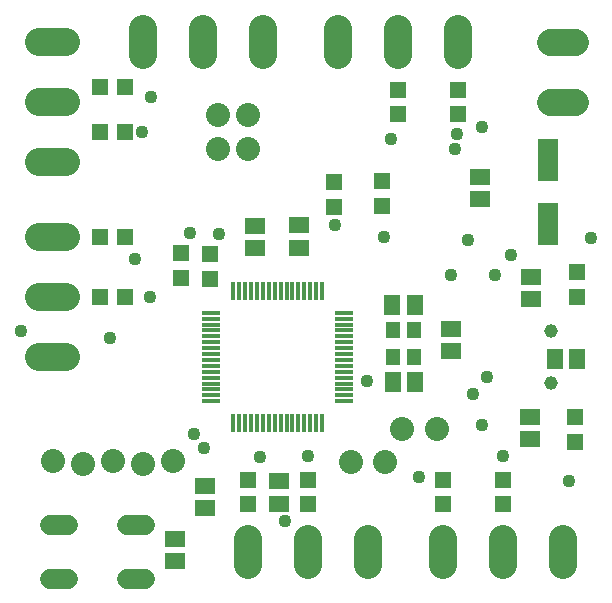
<source format=gts>
G75*
%MOIN*%
%OFA0B0*%
%FSLAX24Y24*%
%IPPOS*%
%LPD*%
%AMOC8*
5,1,8,0,0,1.08239X$1,22.5*
%
%ADD10R,0.0640X0.0170*%
%ADD11R,0.0170X0.0640*%
%ADD12C,0.0946*%
%ADD13C,0.0800*%
%ADD14R,0.0690X0.0572*%
%ADD15C,0.0660*%
%ADD16R,0.0651X0.0572*%
%ADD17R,0.0493X0.0572*%
%ADD18R,0.0572X0.0651*%
%ADD19C,0.0454*%
%ADD20R,0.0532X0.0532*%
%ADD21C,0.0887*%
%ADD22R,0.0690X0.1438*%
%ADD23C,0.0436*%
D10*
X009352Y010792D03*
X009352Y010992D03*
X009352Y011192D03*
X009352Y011382D03*
X009352Y011582D03*
X009352Y011782D03*
X009352Y011972D03*
X009352Y012172D03*
X009352Y012372D03*
X009352Y012572D03*
X009352Y012762D03*
X009352Y012962D03*
X009352Y013162D03*
X009352Y013352D03*
X009352Y013552D03*
X009352Y013752D03*
X013772Y013752D03*
X013772Y013552D03*
X013772Y013352D03*
X013772Y013162D03*
X013772Y012962D03*
X013772Y012762D03*
X013772Y012572D03*
X013772Y012372D03*
X013772Y012172D03*
X013772Y011972D03*
X013772Y011782D03*
X013772Y011582D03*
X013772Y011382D03*
X013772Y011192D03*
X013772Y010992D03*
X013772Y010792D03*
D11*
X013042Y010062D03*
X012842Y010062D03*
X012642Y010062D03*
X012452Y010062D03*
X012252Y010062D03*
X012052Y010062D03*
X011862Y010062D03*
X011662Y010062D03*
X011462Y010062D03*
X011262Y010062D03*
X011072Y010062D03*
X010872Y010062D03*
X010672Y010062D03*
X010482Y010062D03*
X010282Y010062D03*
X010082Y010062D03*
X010082Y014482D03*
X010282Y014482D03*
X010482Y014482D03*
X010672Y014482D03*
X010872Y014482D03*
X011072Y014482D03*
X011262Y014482D03*
X011462Y014482D03*
X011662Y014482D03*
X011862Y014482D03*
X012052Y014482D03*
X012252Y014482D03*
X012452Y014482D03*
X012642Y014482D03*
X012842Y014482D03*
X013042Y014482D03*
D12*
X013562Y022329D02*
X013562Y023215D01*
X015562Y023215D02*
X015562Y022329D01*
X017562Y022329D02*
X017562Y023215D01*
X011062Y023215D02*
X011062Y022329D01*
X009062Y022329D02*
X009062Y023215D01*
X007062Y023215D02*
X007062Y022329D01*
X004505Y022772D02*
X003619Y022772D01*
X003619Y020772D02*
X004505Y020772D01*
X004505Y018772D02*
X003619Y018772D01*
X003619Y016272D02*
X004505Y016272D01*
X004505Y014272D02*
X003619Y014272D01*
X003619Y012272D02*
X004505Y012272D01*
X010562Y006215D02*
X010562Y005329D01*
X012562Y005329D02*
X012562Y006215D01*
X014562Y006215D02*
X014562Y005329D01*
X017062Y005329D02*
X017062Y006215D01*
X019062Y006215D02*
X019062Y005329D01*
X021062Y005329D02*
X021062Y006215D01*
D13*
X016856Y009871D03*
X015716Y009871D03*
X015132Y008772D03*
X013992Y008772D03*
X008062Y008822D03*
X007062Y008722D03*
X006062Y008822D03*
X005062Y008722D03*
X004062Y008822D03*
X009562Y019202D03*
X010562Y019202D03*
X010562Y020342D03*
X009562Y020342D03*
D14*
X020000Y014955D03*
X020000Y014207D03*
X019978Y010280D03*
X019978Y009532D03*
X008143Y006211D03*
X008143Y005463D03*
D15*
X004582Y004882D02*
X003982Y004882D01*
X003982Y006662D02*
X004582Y006662D01*
X006542Y006662D02*
X007142Y006662D01*
X007142Y004882D02*
X006542Y004882D01*
D16*
X009141Y007233D03*
X009141Y007981D03*
X011588Y008136D03*
X011588Y007388D03*
X017334Y012458D03*
X017334Y013206D03*
X018312Y017537D03*
X018312Y018285D03*
X012265Y016660D03*
X012265Y015912D03*
X010797Y015894D03*
X010797Y016642D03*
D17*
X015400Y013179D03*
X016109Y013179D03*
X016109Y012273D03*
X015400Y012273D03*
D18*
X015387Y011453D03*
X016135Y011453D03*
X016130Y014006D03*
X015382Y014006D03*
X020804Y012205D03*
X021552Y012205D03*
D19*
X020668Y011406D03*
X020668Y013138D03*
D20*
X021540Y014283D03*
X021540Y015109D03*
X021462Y010263D03*
X021462Y009436D03*
X019062Y008186D03*
X019062Y007359D03*
X017062Y007359D03*
X017062Y008186D03*
X012562Y008186D03*
X012562Y007359D03*
X010562Y007359D03*
X010562Y008186D03*
X006475Y014272D03*
X005649Y014272D03*
X005649Y016272D03*
X006475Y016272D03*
X008322Y015740D03*
X008322Y014913D03*
X009293Y014878D03*
X009293Y015705D03*
X013442Y017285D03*
X013442Y018112D03*
X015035Y018127D03*
X015035Y017300D03*
X015562Y020359D03*
X015562Y021186D03*
X017562Y021186D03*
X017562Y020359D03*
X006475Y019772D03*
X005649Y019772D03*
X005649Y021272D03*
X006475Y021272D03*
D21*
X020649Y020772D02*
X021475Y020772D01*
X021475Y022772D02*
X020649Y022772D01*
D22*
X020562Y018835D03*
X020562Y016709D03*
D23*
X021994Y016248D03*
X019351Y015689D03*
X018789Y015001D03*
X017331Y015001D03*
X017912Y016172D03*
X015094Y016275D03*
X013461Y016666D03*
X015323Y019533D03*
X017486Y019205D03*
X017546Y019717D03*
X018374Y019932D03*
X018529Y011622D03*
X018068Y011044D03*
X018359Y010009D03*
X019059Y008982D03*
X021272Y008135D03*
X016266Y008263D03*
X014547Y011459D03*
X012565Y008963D03*
X010978Y008951D03*
X009092Y009239D03*
X008767Y009700D03*
X011793Y006797D03*
X005960Y012906D03*
X007310Y014263D03*
X006787Y015545D03*
X008621Y016413D03*
X009587Y016378D03*
X007034Y019774D03*
X007320Y020926D03*
X003007Y013154D03*
M02*

</source>
